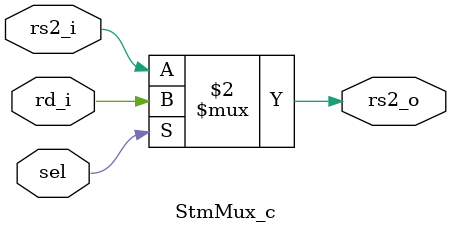
<source format=sv>
module StmMux_c(
  input logic rs2_i,
  input logic rd_i,
  input logic sel,
  output logic rs2_o
);

  assign rs2_o = ~sel ? rs2_i : rd_i;

endmodule
</source>
